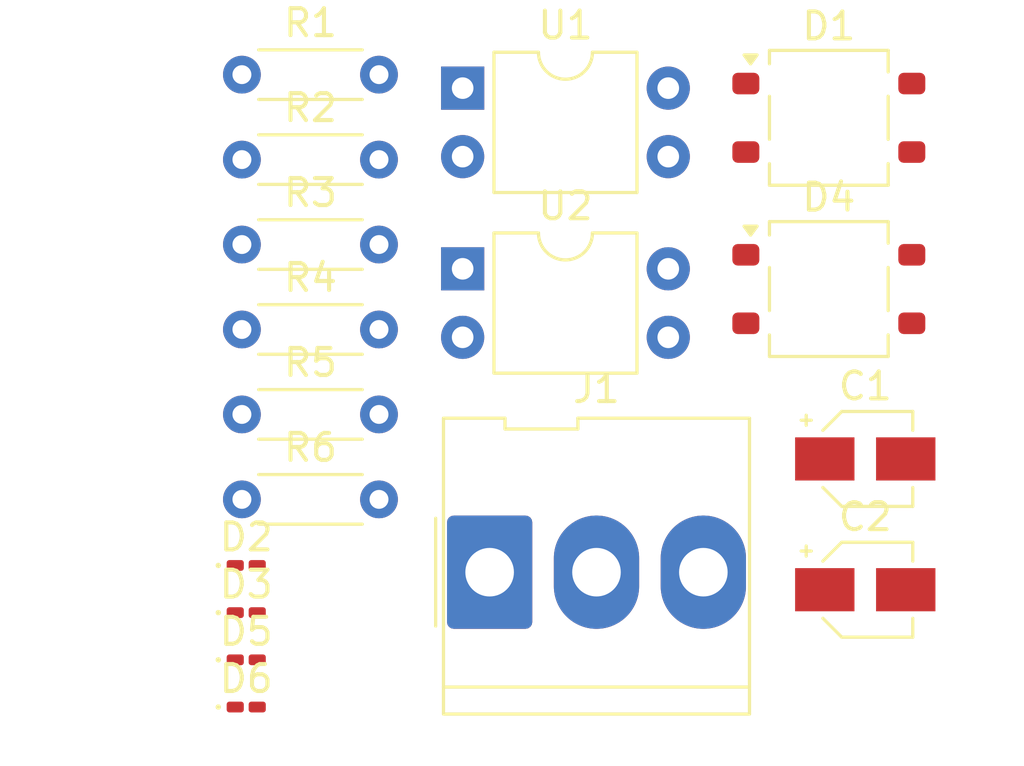
<source format=kicad_pcb>
(kicad_pcb (version 20240108) (generator "pcbnew") (generator_version "8.0")
  (layers (0 "F.Cu" signal) (31 "B.Cu" signal) (34 "B.Paste" user) (35 "F.Paste" user) (36 "B.SilkS" user "B.Silkscreen") (37 "F.SilkS" user "F.Silkscreen") (38 "B.Mask" user) (39 "F.Mask" user) (44 "Edge.Cuts" user))
  (net 0 "")
  (net 1 "Net-(D1--)")
  (net 2 "Net-(D1-+)")
  (net 3 "Net-(D4-+)")
  (net 4 "Net-(D4--)")
  (net 5 "5v")
  (net 6 "Net-(D1-Pad2)")
  (net 7 "Net-(D3-K)")
  (net 8 "Net-(D4-Pad2)")
  (net 9 "Net-(D6-K)")
  (net 10 "D3")
  (net 11 "GND")
  (net 12 "Net-(J1-Pin_2)")
  (net 13 "Net-(J1-Pin_3)")
  (net 14 "Net-(J1-Pin_1)")
  (net 15 "D5")
  (footprint "Resistor_THT:R_Axial_DIN0204_L3.6mm_D1.6mm_P5.08mm_Horizontal" (layer "F.Cu") (at 17.4 24.35)
    (property "Reference" "R4" (at 2.54 -1.92 0) (layer "F.SilkS"))
    (property "Value" "150K")
    (fp_line (start 0.62 -0.92) (end 4.46 -0.92) (stroke (width 0.12)) (layer "F.SilkS"))
    (fp_line (start 0.62 0.92) (end 4.46 0.92) (stroke (width 0.12)) (layer "F.SilkS"))
    (pad "1" thru_hole circle (at 0 0) (size 1.4 1.4) (drill 0.7) (layers "*.Cu" "*.Mask") (net 8 "Net-(D4-Pad2)"))
    (pad "2" thru_hole oval (at 5.08 0) (size 1.4 1.4) (drill 0.7) (layers "*.Cu" "*.Mask") (net 13 "Net-(J1-Pin_3)"))
  )
  (footprint "Capacitor_SMD:CP_Elec_3x5.3" (layer "F.Cu") (at 40.5 34)
    (property "Reference" "C2" (at 0 -2.7 0) (layer "F.SilkS"))
    (property "Value" "C_Polarized_US")
    (fp_line (start -2.375 -1.435) (end -2 -1.435) (stroke (width 0.12)) (layer "F.SilkS"))
    (fp_line (start -2.1875 -1.6225) (end -2.1875 -1.2475) (stroke (width 0.12)) (layer "F.SilkS"))
    (fp_line (start -1.570563 -1.06) (end -0.870563 -1.76) (stroke (width 0.12)) (layer "F.SilkS"))
    (fp_line (start -1.570563 1.06) (end -0.870563 1.76) (stroke (width 0.12)) (layer "F.SilkS"))
    (fp_line (start -0.870563 -1.76) (end 1.76 -1.76) (stroke (width 0.12)) (layer "F.SilkS"))
    (fp_line (start -0.870563 1.76) (end 1.76 1.76) (stroke (width 0.12)) (layer "F.SilkS"))
    (fp_line (start 1.76 -1.76) (end 1.76 -1.06) (stroke (width 0.12)) (layer "F.SilkS"))
    (fp_line (start 1.76 1.76) (end 1.76 1.06) (stroke (width 0.12)) (layer "F.SilkS"))
    (pad "1" smd rect (at -1.5 0) (size 2.2 1.6) (layers "F.Cu" "F.Paste" "F.Mask") (net 3 "Net-(D4-+)"))
    (pad "2" smd rect (at 1.5 0) (size 2.2 1.6) (layers "F.Cu" "F.Paste" "F.Mask") (net 4 "Net-(D4--)"))
  )
  (footprint "Diode_SMD:D_0201_0603Metric_Pad0.64x0.40mm_HandSolder" (layer "F.Cu") (at 17.56 33.1)
    (property "Reference" "D2" (at 0 -1.05 0) (layer "F.SilkS"))
    (property "Value" "D_Schottky_Small_Filled")
    (fp_circle (center -1.035 0) (end -0.985 0) (stroke (width 0.1)) (fill none) (layer "F.SilkS"))
    (pad "1" smd roundrect (at -0.4075 0) (size 0.635 0.4) (layers "F.Cu" "F.Mask") (net 2 "Net-(D1-+)"))
    (pad "2" smd roundrect (at 0.4075 0) (size 0.635 0.4) (layers "F.Cu" "F.Mask") (net 1 "Net-(D1--)"))
  )
  (footprint "LED_SMD:LED_0201_0603Metric_Pad0.64x0.40mm_HandSolder" (layer "F.Cu") (at 17.56 34.85)
    (property "Reference" "D3" (at 0 -1.05 0) (layer "F.SilkS"))
    (property "Value" "TRIP 1")
    (fp_circle (center -1.035 0) (end -0.985 0) (stroke (width 0.1)) (fill none) (layer "F.SilkS"))
    (pad "1" smd roundrect (at -0.4075 0) (size 0.635 0.4) (layers "F.Cu" "F.Mask") (net 7 "Net-(D3-K)"))
    (pad "2" smd roundrect (at 0.4075 0) (size 0.635 0.4) (layers "F.Cu" "F.Mask") (net 2 "Net-(D1-+)"))
  )
  (footprint "Package_TO_SOT_SMD:TO-269AA" (layer "F.Cu") (at 39.15 22.85)
    (property "Reference" "D4" (at 0 -3.4 0) (layer "F.SilkS"))
    (property "Value" "MB6S")
    (fp_line (start -2.2 -2.5) (end -2.2 -2) (stroke (width 0.12)) (layer "F.SilkS"))
    (fp_line (start -2.2 -0.8) (end -2.2 0.8) (stroke (width 0.12)) (layer "F.SilkS"))
    (fp_line (start -2.2 2.5) (end -2.2 1.7) (stroke (width 0.12)) (layer "F.SilkS"))
    (fp_line (start 2.2 -2.5) (end -2.2 -2.5) (stroke (width 0.12)) (layer "F.SilkS"))
    (fp_line (start 2.2 -1.7) (end 2.2 -2.5) (stroke (width 0.12)) (layer "F.SilkS"))
    (fp_line (start 2.2 -0.8) (end 2.2 0.8) (stroke (width 0.12)) (layer "F.SilkS"))
    (fp_line (start 2.2 1.7) (end 2.2 2.5) (stroke (width 0.12)) (layer "F.SilkS"))
    (fp_line (start 2.2 2.5) (end -2.2 2.5) (stroke (width 0.12)) (layer "F.SilkS"))
    (fp_poly (pts (xy -2.9 -2) (xy -3.14 -2.33) (xy -2.66 -2.33) (xy -2.9 -2)) (stroke (width 0.12)) (fill solid) (layer "F.SilkS"))
    (pad "1" smd roundrect (at -3.075 -1.27) (size 1 0.8) (layers "F.Cu" "F.Paste" "F.Mask") (net 12 "Net-(J1-Pin_2)"))
    (pad "2" smd roundrect (at -3.075 1.27) (size 1 0.8) (layers "F.Cu" "F.Paste" "F.Mask") (net 8 "Net-(D4-Pad2)"))
    (pad "3" smd roundrect (at 3.075 1.27) (size 1 0.8) (layers "F.Cu" "F.Paste" "F.Mask") (net 3 "Net-(D4-+)"))
    (pad "4" smd roundrect (at 3.075 -1.27) (size 1 0.8) (layers "F.Cu" "F.Paste" "F.Mask") (net 4 "Net-(D4--)"))
  )
  (footprint "Capacitor_SMD:CP_Elec_3x5.3" (layer "F.Cu") (at 40.5 29.15)
    (property "Reference" "C1" (at 0 -2.7 0) (layer "F.SilkS"))
    (property "Value" "C_Polarized_US")
    (fp_line (start -2.375 -1.435) (end -2 -1.435) (stroke (width 0.12)) (layer "F.SilkS"))
    (fp_line (start -2.1875 -1.6225) (end -2.1875 -1.2475) (stroke (width 0.12)) (layer "F.SilkS"))
    (fp_line (start -1.570563 -1.06) (end -0.870563 -1.76) (stroke (width 0.12)) (layer "F.SilkS"))
    (fp_line (start -1.570563 1.06) (end -0.870563 1.76) (stroke (width 0.12)) (layer "F.SilkS"))
    (fp_line (start -0.870563 -1.76) (end 1.76 -1.76) (stroke (width 0.12)) (layer "F.SilkS"))
    (fp_line (start -0.870563 1.76) (end 1.76 1.76) (stroke (width 0.12)) (layer "F.SilkS"))
    (fp_line (start 1.76 -1.76) (end 1.76 -1.06) (stroke (width 0.12)) (layer "F.SilkS"))
    (fp_line (start 1.76 1.76) (end 1.76 1.06) (stroke (width 0.12)) (layer "F.SilkS"))
    (pad "1" smd rect (at -1.5 0) (size 2.2 1.6) (layers "F.Cu" "F.Paste" "F.Mask") (net 2 "Net-(D1-+)"))
    (pad "2" smd rect (at 1.5 0) (size 2.2 1.6) (layers "F.Cu" "F.Paste" "F.Mask") (net 1 "Net-(D1--)"))
  )
  (footprint "Resistor_THT:R_Axial_DIN0204_L3.6mm_D1.6mm_P5.08mm_Horizontal" (layer "F.Cu") (at 17.4 30.65)
    (property "Reference" "R6" (at 2.54 -1.92 0) (layer "F.SilkS"))
    (property "Value" "10k")
    (fp_line (start 0.62 -0.92) (end 4.46 -0.92) (stroke (width 0.12)) (layer "F.SilkS"))
    (fp_line (start 0.62 0.92) (end 4.46 0.92) (stroke (width 0.12)) (layer "F.SilkS"))
    (pad "1" thru_hole circle (at 0 0) (size 1.4 1.4) (drill 0.7) (layers "*.Cu" "*.Mask") (net 15 "D5"))
    (pad "2" thru_hole oval (at 5.08 0) (size 1.4 1.4) (drill 0.7) (layers "*.Cu" "*.Mask") (net 11 "GND"))
  )
  (footprint "Diode_SMD:D_0201_0603Metric_Pad0.64x0.40mm_HandSolder" (layer "F.Cu") (at 17.56 36.6)
    (property "Reference" "D5" (at 0 -1.05 0) (layer "F.SilkS"))
    (property "Value" "D_Schottky_Small_Filled")
    (fp_circle (center -1.035 0) (end -0.985 0) (stroke (width 0.1)) (fill none) (layer "F.SilkS"))
    (pad "1" smd roundrect (at -0.4075 0) (size 0.635 0.4) (layers "F.Cu" "F.Mask") (net 3 "Net-(D4-+)"))
    (pad "2" smd roundrect (at 0.4075 0) (size 0.635 0.4) (layers "F.Cu" "F.Mask") (net 4 "Net-(D4--)"))
  )
  (footprint "Package_DIP:DIP-4_W7.62mm" (layer "F.Cu") (at 25.58 15.4)
    (property "Reference" "U1" (at 3.81 -2.33 0) (layer "F.SilkS"))
    (property "Value" "PC817")
    (fp_line (start 1.16 -1.33) (end 1.16 3.87) (stroke (width 0.12)) (layer "F.SilkS"))
    (fp_line (start 1.16 3.87) (end 6.46 3.87) (stroke (width 0.12)) (layer "F.SilkS"))
    (fp_line (start 2.81 -1.33) (end 1.16 -1.33) (stroke (width 0.12)) (layer "F.SilkS"))
    (fp_line (start 6.46 -1.33) (end 4.81 -1.33) (stroke (width 0.12)) (layer "F.SilkS"))
    (fp_line (start 6.46 3.87) (end 6.46 -1.33) (stroke (width 0.12)) (layer "F.SilkS"))
    (fp_arc (start 4.81 -1.33) (mid 3.81 -0.33) (end 2.81 -1.33) (stroke (width 0.12)) (layer "F.SilkS"))
    (pad "1" thru_hole rect (at 0 0) (size 1.6 1.6) (drill 0.8) (layers "*.Cu" "*.Mask") (net 7 "Net-(D3-K)"))
    (pad "2" thru_hole oval (at 0 2.54) (size 1.6 1.6) (drill 0.8) (layers "*.Cu" "*.Mask") (net 1 "Net-(D1--)"))
    (pad "3" thru_hole oval (at 7.62 2.54) (size 1.6 1.6) (drill 0.8) (layers "*.Cu" "*.Mask") (net 11 "GND"))
    (pad "4" thru_hole oval (at 7.62 0) (size 1.6 1.6) (drill 0.8) (layers "*.Cu" "*.Mask") (net 10 "D3"))
  )
  (footprint "Resistor_THT:R_Axial_DIN0204_L3.6mm_D1.6mm_P5.08mm_Horizontal" (layer "F.Cu") (at 17.4 21.2)
    (property "Reference" "R3" (at 2.54 -1.92 0) (layer "F.SilkS"))
    (property "Value" "10k")
    (fp_line (start 0.62 -0.92) (end 4.46 -0.92) (stroke (width 0.12)) (layer "F.SilkS"))
    (fp_line (start 0.62 0.92) (end 4.46 0.92) (stroke (width 0.12)) (layer "F.SilkS"))
    (pad "1" thru_hole circle (at 0 0) (size 1.4 1.4) (drill 0.7) (layers "*.Cu" "*.Mask") (net 10 "D3"))
    (pad "2" thru_hole oval (at 5.08 0) (size 1.4 1.4) (drill 0.7) (layers "*.Cu" "*.Mask") (net 11 "GND"))
  )
  (footprint "LED_SMD:LED_0201_0603Metric_Pad0.64x0.40mm_HandSolder" (layer "F.Cu") (at 17.56 38.35)
    (property "Reference" "D6" (at 0 -1.05 0) (layer "F.SilkS"))
    (property "Value" "TRIP 2")
    (fp_circle (center -1.035 0) (end -0.985 0) (stroke (width 0.1)) (fill none) (layer "F.SilkS"))
    (pad "1" smd roundrect (at -0.4075 0) (size 0.635 0.4) (layers "F.Cu" "F.Mask") (net 9 "Net-(D6-K)"))
    (pad "2" smd roundrect (at 0.4075 0) (size 0.635 0.4) (layers "F.Cu" "F.Mask") (net 3 "Net-(D4-+)"))
  )
  (footprint "Connector_Molex:Molex_KK-396_5273-03A_1x03_P3.96mm_Vertical" (layer "F.Cu") (at 26.58 33.35)
    (property "Reference" "J1" (at 3.96 -6.8 0) (layer "F.SilkS"))
    (property "Value" "Conn_01x03_Pin")
    (fp_line (start -2 -2) (end -2 2) (stroke (width 0.12)) (layer "F.SilkS"))
    (fp_line (start -1.71 -5.71) (end 0.57 -5.71) (stroke (width 0.12)) (layer "F.SilkS"))
    (fp_line (start -1.71 4.26) (end -1.71 -5.71) (stroke (width 0.12)) (layer "F.SilkS"))
    (fp_line (start -1.71 4.26) (end 9.63 4.26) (stroke (width 0.12)) (layer "F.SilkS"))
    (fp_line (start -1.71 5.26) (end -1.71 4.26) (stroke (width 0.12)) (layer "F.SilkS"))
    (fp_line (start 0.57 -5.71) (end 0.57 -5.31) (stroke (width 0.12)) (layer "F.SilkS"))
    (fp_line (start 0.57 -5.31) (end 3.27 -5.31) (stroke (width 0.12)) (layer "F.SilkS"))
    (fp_line (start 3.27 -5.71) (end 9.63 -5.71) (stroke (width 0.12)) (layer "F.SilkS"))
    (fp_line (start 3.27 -5.31) (end 3.27 -5.71) (stroke (width 0.12)) (layer "F.SilkS"))
    (fp_line (start 9.63 -5.71) (end 9.63 5.26) (stroke (width 0.12)) (layer "F.SilkS"))
    (fp_line (start 9.63 5.26) (end -1.71 5.26) (stroke (width 0.12)) (layer "F.SilkS"))
    (pad "1" thru_hole roundrect (at 0 0) (size 3.16 4.2) (drill 1.8) (layers "*.Cu" "*.Mask") (roundrect_rratio 0.079114) (net 14 "Net-(J1-Pin_1)"))
    (pad "2" thru_hole oval (at 3.96 0) (size 3.16 4.2) (drill 1.8) (layers "*.Cu" "*.Mask") (net 12 "Net-(J1-Pin_2)"))
    (pad "3" thru_hole oval (at 7.92 0) (size 3.16 4.2) (drill 1.8) (layers "*.Cu" "*.Mask") (net 13 "Net-(J1-Pin_3)"))
  )
  (footprint "Package_TO_SOT_SMD:TO-269AA" (layer "F.Cu") (at 39.15 16.5)
    (property "Reference" "D1" (at 0 -3.4 0) (layer "F.SilkS"))
    (property "Value" "MB6S")
    (fp_line (start -2.2 -2.5) (end -2.2 -2) (stroke (width 0.12)) (layer "F.SilkS"))
    (fp_line (start -2.2 -0.8) (end -2.2 0.8) (stroke (width 0.12)) (layer "F.SilkS"))
    (fp_line (start -2.2 2.5) (end -2.2 1.7) (stroke (width 0.12)) (layer "F.SilkS"))
    (fp_line (start 2.2 -2.5) (end -2.2 -2.5) (stroke (width 0.12)) (layer "F.SilkS"))
    (fp_line (start 2.2 -1.7) (end 2.2 -2.5) (stroke (width 0.12)) (layer "F.SilkS"))
    (fp_line (start 2.2 -0.8) (end 2.2 0.8) (stroke (width 0.12)) (layer "F.SilkS"))
    (fp_line (start 2.2 1.7) (end 2.2 2.5) (stroke (width 0.12)) (layer "F.SilkS"))
    (fp_line (start 2.2 2.5) (end -2.2 2.5) (stroke (width 0.12)) (layer "F.SilkS"))
    (fp_poly (pts (xy -2.9 -2) (xy -3.14 -2.33) (xy -2.66 -2.33) (xy -2.9 -2)) (stroke (width 0.12)) (fill solid) (layer "F.SilkS"))
    (pad "1" smd roundrect (at -3.075 -1.27) (size 1 0.8) (layers "F.Cu" "F.Paste" "F.Mask") (net 12 "Net-(J1-Pin_2)"))
    (pad "2" smd roundrect (at -3.075 1.27) (size 1 0.8) (layers "F.Cu" "F.Paste" "F.Mask") (net 6 "Net-(D1-Pad2)"))
    (pad "3" smd roundrect (at 3.075 1.27) (size 1 0.8) (layers "F.Cu" "F.Paste" "F.Mask") (net 2 "Net-(D1-+)"))
    (pad "4" smd roundrect (at 3.075 -1.27) (size 1 0.8) (layers "F.Cu" "F.Paste" "F.Mask") (net 1 "Net-(D1--)"))
  )
  (footprint "Resistor_THT:R_Axial_DIN0204_L3.6mm_D1.6mm_P5.08mm_Horizontal" (layer "F.Cu") (at 17.4 18.05)
    (property "Reference" "R2" (at 2.54 -1.92 0) (layer "F.SilkS"))
    (property "Value" "10k")
    (fp_line (start 0.62 -0.92) (end 4.46 -0.92) (stroke (width 0.12)) (layer "F.SilkS"))
    (fp_line (start 0.62 0.92) (end 4.46 0.92) (stroke (width 0.12)) (layer "F.SilkS"))
    (pad "1" thru_hole circle (at 0 0) (size 1.4 1.4) (drill 0.7) (layers "*.Cu" "*.Mask") (net 10 "D3"))
    (pad "2" thru_hole oval (at 5.08 0) (size 1.4 1.4) (drill 0.7) (layers "*.Cu" "*.Mask") (net 5 "5v"))
  )
  (footprint "Resistor_THT:R_Axial_DIN0204_L3.6mm_D1.6mm_P5.08mm_Horizontal" (layer "F.Cu") (at 17.4 14.9)
    (property "Reference" "R1" (at 2.54 -1.92 0) (layer "F.SilkS"))
    (property "Value" "150K")
    (fp_line (start 0.62 -0.92) (end 4.46 -0.92) (stroke (width 0.12)) (layer "F.SilkS"))
    (fp_line (start 0.62 0.92) (end 4.46 0.92) (stroke (width 0.12)) (layer "F.SilkS"))
    (pad "1" thru_hole circle (at 0 0) (size 1.4 1.4) (drill 0.7) (layers "*.Cu" "*.Mask") (net 6 "Net-(D1-Pad2)"))
    (pad "2" thru_hole oval (at 5.08 0) (size 1.4 1.4) (drill 0.7) (layers "*.Cu" "*.Mask") (net 14 "Net-(J1-Pin_1)"))
  )
  (footprint "Resistor_THT:R_Axial_DIN0204_L3.6mm_D1.6mm_P5.08mm_Horizontal" (layer "F.Cu") (at 17.4 27.5)
    (property "Reference" "R5" (at 2.54 -1.92 0) (layer "F.SilkS"))
    (property "Value" "10k")
    (fp_line (start 0.62 -0.92) (end 4.46 -0.92) (stroke (width 0.12)) (layer "F.SilkS"))
    (fp_line (start 0.62 0.92) (end 4.46 0.92) (stroke (width 0.12)) (layer "F.SilkS"))
    (pad "1" thru_hole circle (at 0 0) (size 1.4 1.4) (drill 0.7) (layers "*.Cu" "*.Mask") (net 15 "D5"))
    (pad "2" thru_hole oval (at 5.08 0) (size 1.4 1.4) (drill 0.7) (layers "*.Cu" "*.Mask") (net 5 "5v"))
  )
  (footprint "Package_DIP:DIP-4_W7.62mm" (layer "F.Cu") (at 25.58 22.1)
    (property "Reference" "U2" (at 3.81 -2.33 0) (layer "F.SilkS"))
    (property "Value" "PC817")
    (fp_line (start 1.16 -1.33) (end 1.16 3.87) (stroke (width 0.12)) (layer "F.SilkS"))
    (fp_line (start 1.16 3.87) (end 6.46 3.87) (stroke (width 0.12)) (layer "F.SilkS"))
    (fp_line (start 2.81 -1.33) (end 1.16 -1.33) (stroke (width 0.12)) (layer "F.SilkS"))
    (fp_line (start 6.46 -1.33) (end 4.81 -1.33) (stroke (width 0.12)) (layer "F.SilkS"))
    (fp_line (start 6.46 3.87) (end 6.46 -1.33) (stroke (width 0.12)) (layer "F.SilkS"))
    (fp_arc (start 4.81 -1.33) (mid 3.81 -0.33) (end 2.81 -1.33) (stroke (width 0.12)) (layer "F.SilkS"))
    (pad "1" thru_hole rect (at 0 0) (size 1.6 1.6) (drill 0.8) (layers "*.Cu" "*.Mask") (net 9 "Net-(D6-K)"))
    (pad "2" thru_hole oval (at 0 2.54) (size 1.6 1.6) (drill 0.8) (layers "*.Cu" "*.Mask") (net 4 "Net-(D4--)"))
    (pad "3" thru_hole oval (at 7.62 2.54) (size 1.6 1.6) (drill 0.8) (layers "*.Cu" "*.Mask") (net 11 "GND"))
    (pad "4" thru_hole oval (at 7.62 0) (size 1.6 1.6) (drill 0.8) (layers "*.Cu" "*.Mask") (net 15 "D5"))
  )
)
</source>
